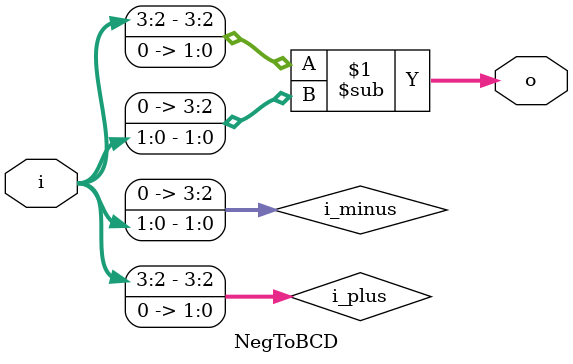
<source format=sv>
module NegToBCD(
    input  [3:0] i,
    output [3:0] o
);
    logic [3:0] i_plus  = {i[3:2], 2'b0};
    logic [3:0] i_minus = {2'b0, i[1:0]};
    assign o = i_plus - i_minus;
endmodule

</source>
